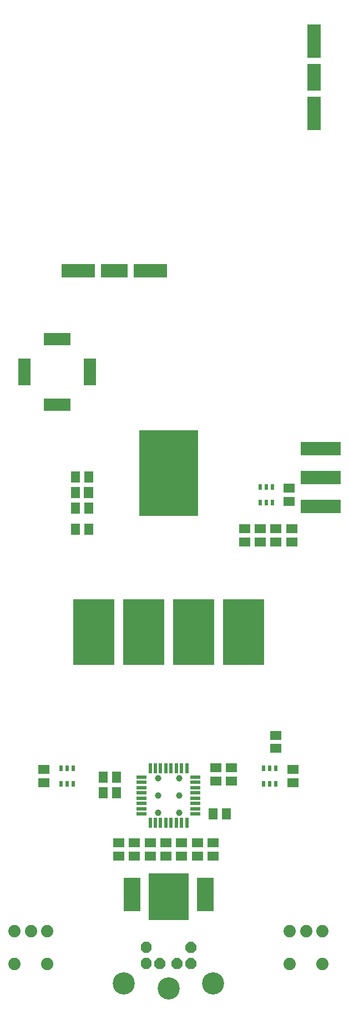
<source format=gbr>
%FSLAX34Y34*%
%MOMM*%
%LNSOLDERMASK_TOP*%
G71*
G01*
%ADD10R, 2.080X4.080*%
%ADD11R, 2.080X5.080*%
%ADD12R, 4.080X2.080*%
%ADD13R, 5.080X2.080*%
%ADD14R, 6.280X10.080*%
%ADD15R, 9.080X13.080*%
%ADD16R, 0.530X1.580*%
%ADD17R, 1.580X0.530*%
%ADD18C, 0.980*%
%ADD19R, 1.680X1.480*%
%ADD20C, 3.380*%
%ADD21R, 1.480X1.680*%
%ADD22R, 6.080X2.080*%
%ADD23R, 0.630X0.880*%
%ADD24R, 4.080X1.880*%
%ADD25R, 1.880X4.080*%
%ADD26R, 6.080X7.080*%
%ADD27C, 1.880*%
%ADD28R, 2.580X5.080*%
%LPD*%
X482000Y-87000D02*
G54D10*
D03*
X482000Y-142000D02*
G54D11*
D03*
X482000Y-32000D02*
G54D11*
D03*
X177000Y-382000D02*
G54D12*
D03*
X232000Y-382000D02*
G54D13*
D03*
X122000Y-382000D02*
G54D13*
D03*
X374300Y-932300D02*
G54D14*
D03*
X298100Y-932300D02*
G54D14*
D03*
X221900Y-932300D02*
G54D14*
D03*
X145700Y-932300D02*
G54D14*
D03*
X260000Y-690000D02*
G54D15*
D03*
X232000Y-1222300D02*
G54D16*
D03*
X240000Y-1222300D02*
G54D16*
D03*
X248000Y-1222300D02*
G54D16*
D03*
X256000Y-1222300D02*
G54D16*
D03*
X264000Y-1222300D02*
G54D16*
D03*
X272000Y-1222300D02*
G54D16*
D03*
X280000Y-1222300D02*
G54D16*
D03*
X288000Y-1222300D02*
G54D16*
D03*
X301200Y-1209000D02*
G54D17*
D03*
X301200Y-1201000D02*
G54D17*
D03*
X301200Y-1193000D02*
G54D17*
D03*
X301200Y-1185000D02*
G54D17*
D03*
X301200Y-1177000D02*
G54D17*
D03*
X301200Y-1169000D02*
G54D17*
D03*
X301200Y-1161000D02*
G54D17*
D03*
X301200Y-1153000D02*
G54D17*
D03*
X288000Y-1139800D02*
G54D16*
D03*
X280000Y-1139800D02*
G54D16*
D03*
X272000Y-1139800D02*
G54D16*
D03*
X264000Y-1139800D02*
G54D16*
D03*
X256000Y-1139800D02*
G54D16*
D03*
X240000Y-1139800D02*
G54D16*
D03*
X232000Y-1139800D02*
G54D16*
D03*
X218800Y-1153000D02*
G54D17*
D03*
X218800Y-1161000D02*
G54D17*
D03*
X218800Y-1169000D02*
G54D17*
D03*
X218800Y-1177000D02*
G54D17*
D03*
X218800Y-1185000D02*
G54D17*
D03*
X218800Y-1193000D02*
G54D17*
D03*
X218800Y-1201000D02*
G54D17*
D03*
X218800Y-1209000D02*
G54D17*
D03*
X244000Y-1207000D02*
G54D18*
D03*
X276000Y-1207000D02*
G54D18*
D03*
X304000Y-1273000D02*
G54D19*
D03*
X304000Y-1253000D02*
G54D19*
D03*
X280000Y-1273000D02*
G54D19*
D03*
X280000Y-1253000D02*
G54D19*
D03*
X256000Y-1273000D02*
G54D19*
D03*
X256000Y-1253000D02*
G54D19*
D03*
X328000Y-1273000D02*
G54D19*
D03*
X328000Y-1253000D02*
G54D19*
D03*
X244000Y-1181000D02*
G54D18*
D03*
X276000Y-1181000D02*
G54D18*
D03*
X244000Y-1155000D02*
G54D18*
D03*
X276000Y-1155000D02*
G54D18*
D03*
G36*
X297486Y-1403600D02*
X302400Y-1408514D01*
X302400Y-1415486D01*
X297486Y-1420400D01*
X290514Y-1420400D01*
X285600Y-1415486D01*
X285600Y-1408514D01*
X290514Y-1403600D01*
X297486Y-1403600D01*
G37*
G36*
X297486Y-1428600D02*
X302400Y-1433514D01*
X302400Y-1440486D01*
X297486Y-1445400D01*
X290514Y-1445400D01*
X285600Y-1440486D01*
X285600Y-1433514D01*
X290514Y-1428600D01*
X297486Y-1428600D01*
G37*
G36*
X229486Y-1428600D02*
X234400Y-1433514D01*
X234400Y-1440486D01*
X229486Y-1445400D01*
X222514Y-1445400D01*
X217600Y-1440486D01*
X217600Y-1433514D01*
X222514Y-1428600D01*
X229486Y-1428600D01*
G37*
G36*
X229486Y-1403600D02*
X234400Y-1408514D01*
X234400Y-1415486D01*
X229486Y-1420400D01*
X222514Y-1420400D01*
X217600Y-1415486D01*
X217600Y-1408514D01*
X222514Y-1403600D01*
X229486Y-1403600D01*
G37*
G36*
X250486Y-1428600D02*
X255400Y-1433514D01*
X255400Y-1440486D01*
X250486Y-1445400D01*
X243514Y-1445400D01*
X238600Y-1440486D01*
X238600Y-1433514D01*
X243514Y-1428600D01*
X250486Y-1428600D01*
G37*
G36*
X276486Y-1428600D02*
X281400Y-1433514D01*
X281400Y-1440486D01*
X276486Y-1445400D01*
X269514Y-1445400D01*
X264600Y-1440486D01*
X264600Y-1433514D01*
X269514Y-1428600D01*
X276486Y-1428600D01*
G37*
X260000Y-1475000D02*
G54D20*
D03*
X328000Y-1467000D02*
G54D20*
D03*
X192000Y-1467000D02*
G54D20*
D03*
X232000Y-1273000D02*
G54D19*
D03*
X232000Y-1253000D02*
G54D19*
D03*
X184000Y-1273000D02*
G54D19*
D03*
X184000Y-1253000D02*
G54D19*
D03*
X208000Y-1273000D02*
G54D19*
D03*
X208000Y-1253000D02*
G54D19*
D03*
X332000Y-1139000D02*
G54D19*
D03*
X332000Y-1159000D02*
G54D19*
D03*
X356000Y-1139000D02*
G54D19*
D03*
X356000Y-1159000D02*
G54D19*
D03*
X328000Y-1209000D02*
G54D21*
D03*
X348000Y-1209000D02*
G54D21*
D03*
X468636Y-696999D02*
G54D18*
D03*
X468636Y-652999D02*
G54D18*
D03*
X492636Y-741000D02*
G54D22*
D03*
X492636Y-653000D02*
G54D22*
D03*
X117966Y-695694D02*
G54D21*
D03*
X137966Y-695694D02*
G54D21*
D03*
X117966Y-775694D02*
G54D21*
D03*
X137966Y-775694D02*
G54D21*
D03*
X117966Y-719694D02*
G54D21*
D03*
G36*
X130566Y-711294D02*
X145366Y-711293D01*
X145366Y-728093D01*
X130566Y-728094D01*
X130566Y-711294D01*
G37*
X117966Y-743694D02*
G54D21*
D03*
X137966Y-743694D02*
G54D21*
D03*
X400000Y-735000D02*
G54D23*
D03*
X409500Y-735000D02*
G54D23*
D03*
X419000Y-735000D02*
G54D23*
D03*
X400000Y-711000D02*
G54D23*
D03*
X409500Y-711000D02*
G54D23*
D03*
X419000Y-711000D02*
G54D23*
D03*
X444000Y-733000D02*
G54D19*
D03*
X444000Y-713000D02*
G54D19*
D03*
X400000Y-775000D02*
G54D19*
D03*
X400000Y-795000D02*
G54D19*
D03*
X424000Y-775000D02*
G54D19*
D03*
X424000Y-795000D02*
G54D19*
D03*
X448000Y-775000D02*
G54D19*
D03*
X448000Y-795000D02*
G54D19*
D03*
X376000Y-775000D02*
G54D19*
D03*
X376000Y-795000D02*
G54D19*
D03*
X96000Y-1163500D02*
G54D23*
D03*
X105500Y-1163500D02*
G54D23*
D03*
X115000Y-1163500D02*
G54D23*
D03*
X96000Y-1139500D02*
G54D23*
D03*
X105500Y-1139500D02*
G54D23*
D03*
X115000Y-1139500D02*
G54D23*
D03*
X70000Y-1161500D02*
G54D19*
D03*
X70000Y-1141500D02*
G54D19*
D03*
X180800Y-1177000D02*
G54D21*
D03*
X160800Y-1177000D02*
G54D21*
D03*
X180800Y-1153000D02*
G54D21*
D03*
X160800Y-1153000D02*
G54D21*
D03*
X248000Y-1139800D02*
G54D16*
D03*
X90000Y-486000D02*
G54D24*
D03*
X90000Y-586000D02*
G54D24*
D03*
X140000Y-536000D02*
G54D25*
D03*
X40000Y-536000D02*
G54D25*
D03*
X424000Y-1089500D02*
G54D19*
D03*
X424000Y-1109500D02*
G54D19*
D03*
X260000Y-1335000D02*
G54D26*
D03*
X25000Y-1437500D02*
G54D27*
D03*
X75000Y-1437500D02*
G54D27*
D03*
X50000Y-1387500D02*
G54D27*
D03*
X25000Y-1387500D02*
G54D27*
D03*
X75000Y-1387500D02*
G54D27*
D03*
X495000Y-1437500D02*
G54D27*
D03*
X445000Y-1437500D02*
G54D27*
D03*
X470000Y-1387500D02*
G54D27*
D03*
X495000Y-1387500D02*
G54D27*
D03*
X445000Y-1387500D02*
G54D27*
D03*
X424000Y-1163500D02*
G54D23*
D03*
X414500Y-1163500D02*
G54D23*
D03*
X405000Y-1163500D02*
G54D23*
D03*
X424000Y-1139500D02*
G54D23*
D03*
X414500Y-1139500D02*
G54D23*
D03*
X405000Y-1139500D02*
G54D23*
D03*
X450000Y-1161500D02*
G54D19*
D03*
X450000Y-1141500D02*
G54D19*
D03*
X492636Y-696999D02*
G54D22*
D03*
X204000Y-1332000D02*
G54D28*
D03*
X316000Y-1332000D02*
G54D28*
D03*
M02*

</source>
